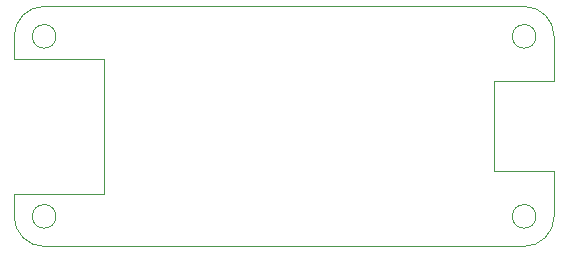
<source format=gm1>
%TF.GenerationSoftware,KiCad,Pcbnew,(6.0.0-0)*%
%TF.CreationDate,2023-05-28T12:29:55+10:00*%
%TF.ProjectId,motor-driver,6d6f746f-722d-4647-9269-7665722e6b69,v1.0.0*%
%TF.SameCoordinates,Original*%
%TF.FileFunction,Profile,NP*%
%FSLAX46Y46*%
G04 Gerber Fmt 4.6, Leading zero omitted, Abs format (unit mm)*
G04 Created by KiCad (PCBNEW (6.0.0-0)) date 2023-05-28 12:29:55*
%MOMM*%
%LPD*%
G01*
G04 APERTURE LIST*
%TA.AperFunction,Profile*%
%ADD10C,0.100000*%
%TD*%
G04 APERTURE END LIST*
D10*
X129540000Y-104775000D02*
X129540000Y-93345000D01*
X166100000Y-106680000D02*
G75*
G03*
X166100000Y-106680000I-1000000J0D01*
G01*
X162560000Y-95250000D02*
X167640000Y-95250000D01*
X124460000Y-88900000D02*
X165100000Y-88900000D01*
X124460000Y-88900000D02*
G75*
G03*
X121920000Y-91440000I1J-2540001D01*
G01*
X121920000Y-104775000D02*
X129540000Y-104775000D01*
X167640000Y-91440000D02*
G75*
G03*
X165100000Y-88900000I-2540001J-1D01*
G01*
X162560000Y-102870000D02*
X162560000Y-95250000D01*
X121920000Y-106680000D02*
G75*
G03*
X124460000Y-109220000I2540001J1D01*
G01*
X166100000Y-91440000D02*
G75*
G03*
X166100000Y-91440000I-1000000J0D01*
G01*
X167640000Y-95250000D02*
X167640000Y-91440000D01*
X167640000Y-102870000D02*
X162560000Y-102870000D01*
X121920000Y-104775000D02*
X121920000Y-106680000D01*
X167640000Y-106680000D02*
X167640000Y-102870000D01*
X121920000Y-93345000D02*
X121920000Y-91440000D01*
X165100000Y-109220000D02*
X124460000Y-109220000D01*
X165100000Y-109220000D02*
G75*
G03*
X167640000Y-106680000I-1J2540001D01*
G01*
X125460000Y-106680000D02*
G75*
G03*
X125460000Y-106680000I-1000000J0D01*
G01*
X129540000Y-93345000D02*
X121920000Y-93345000D01*
X125460000Y-91440000D02*
G75*
G03*
X125460000Y-91440000I-1000000J0D01*
G01*
M02*

</source>
